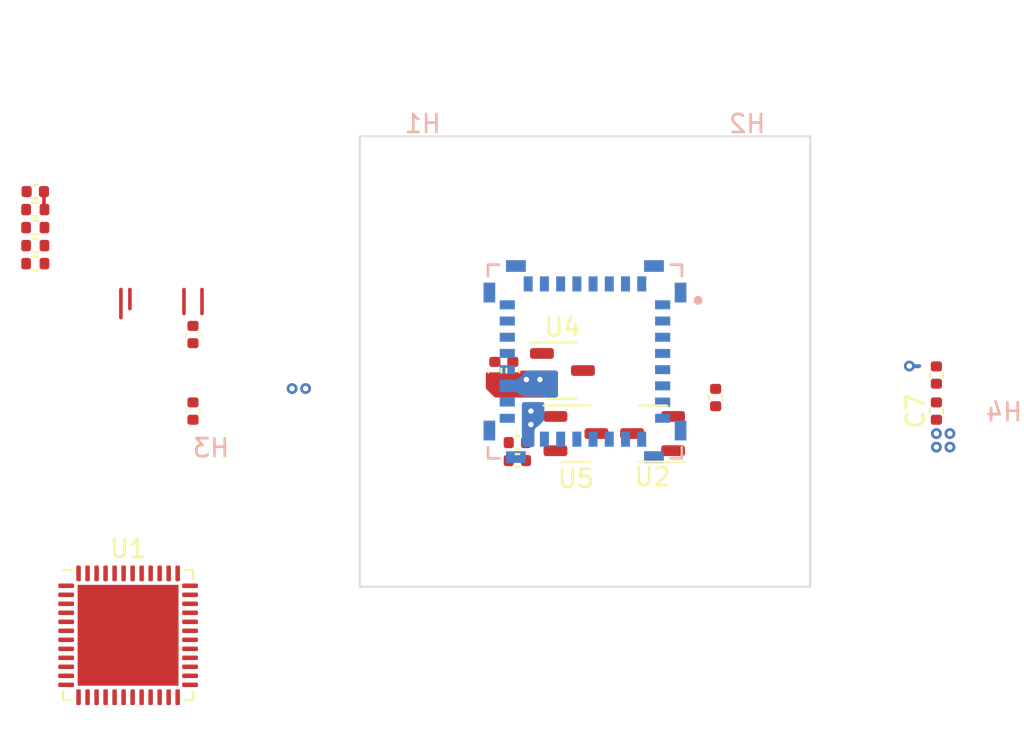
<source format=kicad_pcb>
(kicad_pcb (version 20221018) (generator pcbnew)
  (layers (0 "F.Cu" signal) (1 "In1.Cu" signal) (2 "In2.Cu" signal) (31 "B.Cu" signal) (34 "B.Paste" user) (35 "F.Paste" user) (36 "B.SilkS" user "B.Silkscreen") (37 "F.SilkS" user "F.Silkscreen") (38 "B.Mask" user) (39 "F.Mask" user) (44 "Edge.Cuts" user))
  (net 0 "")
  (net 28 "/SCL")
  (net 35 "/SDA")
  (net 38 "VCC")
  (net 39 "/UART_TX")
  (net 40 "/UART_RX")
  (net 51 "GND")
  (net 52 "+2V8")
  (net 53 "+3V0")
  (net 54 "+1V2")
  (net 55 "Net-(U3-RESET_L)")
  (net 56 "Net-(U3-PWR_DWN_L)")
  (net 57 "/SPI_CS")
  (net 58 "/SPI_CLK")
  (net 59 "/SPI_MISO")
  (net 60 "/SPI_MOSI")
  (footprint "Capacitor_SMD:C_0402_1005Metric" (layer "F.Cu") (at 158.25 108 -90)
    (fp_text reference "C3" hide)
    (fp_text value "1uF")
    (fp_line (start -0.107836 -0.36) (end 0.107836 -0.36) (stroke (width 0.12)) (layer "F.SilkS"))
    (fp_line (start -0.107836 0.36) (end 0.107836 0.36) (stroke (width 0.12)) (layer "F.SilkS"))
    (pad "1" smd roundrect (at -0.48 0 270) (size 0.56 0.62) (layers "F.Cu" "F.Paste" "F.Mask") (net 54 "+1V2"))
    (pad "2" smd roundrect (at 0.48 0 270) (size 0.56 0.62) (layers "F.Cu" "F.Paste" "F.Mask") (net 51 "GND"))
  )
  (footprint "Package_DFN_QFN:QFN-48-1EP_7x7mm_P0.5mm_EP5.6x5.6mm" (layer "F.Cu") (at 125.65 121.2)
    (fp_text reference "U1" (at 0 -4.82) (layer "F.SilkS"))
    (fp_text value "STM32G431CBUx")
    (fp_line (start -3.61 3.61) (end -3.61 3.135) (stroke (width 0.12)) (layer "F.SilkS"))
    (fp_line (start -3.135 -3.61) (end -3.61 -3.61) (stroke (width 0.12)) (layer "F.SilkS"))
    (fp_line (start -3.135 3.61) (end -3.61 3.61) (stroke (width 0.12)) (layer "F.SilkS"))
    (fp_line (start 3.135 -3.61) (end 3.61 -3.61) (stroke (width 0.12)) (layer "F.SilkS"))
    (fp_line (start 3.135 3.61) (end 3.61 3.61) (stroke (width 0.12)) (layer "F.SilkS"))
    (fp_line (start 3.61 -3.61) (end 3.61 -3.135) (stroke (width 0.12)) (layer "F.SilkS"))
    (fp_line (start 3.61 3.61) (end 3.61 3.135) (stroke (width 0.12)) (layer "F.SilkS"))
    (pad "1" smd roundrect (at -3.4375 -2.75) (size 0.875 0.25) (layers "F.Cu" "F.Paste" "F.Mask") (net 53 "+3V0"))
    (pad "2" smd roundrect (at -3.4375 -2.25) (size 0.875 0.25) (layers "F.Cu" "F.Paste" "F.Mask"))
    (pad "3" smd roundrect (at -3.4375 -1.75) (size 0.875 0.25) (layers "F.Cu" "F.Paste" "F.Mask"))
    (pad "4" smd roundrect (at -3.4375 -1.25) (size 0.875 0.25) (layers "F.Cu" "F.Paste" "F.Mask"))
    (pad "5" smd roundrect (at -3.4375 -0.75) (size 0.875 0.25) (layers "F.Cu" "F.Paste" "F.Mask"))
    (pad "6" smd roundrect (at -3.4375 -0.25) (size 0.875 0.25) (layers "F.Cu" "F.Paste" "F.Mask"))
    (pad "7" smd roundrect (at -3.4375 0.25) (size 0.875 0.25) (layers "F.Cu" "F.Paste" "F.Mask"))
    (pad "8" smd roundrect (at -3.4375 0.75) (size 0.875 0.25) (layers "F.Cu" "F.Paste" "F.Mask"))
    (pad "9" smd roundrect (at -3.4375 1.25) (size 0.875 0.25) (layers "F.Cu" "F.Paste" "F.Mask"))
    (pad "10" smd roundrect (at -3.4375 1.75) (size 0.875 0.25) (layers "F.Cu" "F.Paste" "F.Mask") (net 39 "/UART_TX"))
    (pad "11" smd roundrect (at -3.4375 2.25) (size 0.875 0.25) (layers "F.Cu" "F.Paste" "F.Mask") (net 40 "/UART_RX"))
    (pad "12" smd roundrect (at -3.4375 2.75) (size 0.875 0.25) (layers "F.Cu" "F.Paste" "F.Mask") (net 57 "/SPI_CS"))
    (pad "13" smd roundrect (at -2.75 3.4375) (size 0.25 0.875) (layers "F.Cu" "F.Paste" "F.Mask") (net 58 "/SPI_CLK"))
    (pad "14" smd roundrect (at -2.25 3.4375) (size 0.25 0.875) (layers "F.Cu" "F.Paste" "F.Mask") (net 59 "/SPI_MISO"))
    (pad "15" smd roundrect (at -1.75 3.4375) (size 0.25 0.875) (layers "F.Cu" "F.Paste" "F.Mask") (net 60 "/SPI_MOSI"))
    (pad "16" smd roundrect (at -1.25 3.4375) (size 0.25 0.875) (layers "F.Cu" "F.Paste" "F.Mask"))
    (pad "17" smd roundrect (at -0.75 3.4375) (size 0.25 0.875) (layers "F.Cu" "F.Paste" "F.Mask"))
    (pad "18" smd roundrect (at -0.25 3.4375) (size 0.25 0.875) (layers "F.Cu" "F.Paste" "F.Mask"))
    (pad "19" smd roundrect (at 0.25 3.4375) (size 0.25 0.875) (layers "F.Cu" "F.Paste" "F.Mask"))
    (pad "20" smd roundrect (at 0.75 3.4375) (size 0.25 0.875) (layers "F.Cu" "F.Paste" "F.Mask"))
    (pad "21" smd roundrect (at 1.25 3.4375) (size 0.25 0.875) (layers "F.Cu" "F.Paste" "F.Mask") (net 53 "+3V0"))
    (pad "22" smd roundrect (at 1.75 3.4375) (size 0.25 0.875) (layers "F.Cu" "F.Paste" "F.Mask"))
    (pad "23" smd roundrect (at 2.25 3.4375) (size 0.25 0.875) (layers "F.Cu" "F.Paste" "F.Mask") (net 53 "+3V0"))
    (pad "24" smd roundrect (at 2.75 3.4375) (size 0.25 0.875) (layers "F.Cu" "F.Paste" "F.Mask"))
    (pad "25" smd roundrect (at 3.4375 2.75) (size 0.875 0.25) (layers "F.Cu" "F.Paste" "F.Mask"))
    (pad "26" smd roundrect (at 3.4375 2.25) (size 0.875 0.25) (layers "F.Cu" "F.Paste" "F.Mask"))
    (pad "27" smd roundrect (at 3.4375 1.75) (size 0.875 0.25) (layers "F.Cu" "F.Paste" "F.Mask"))
    (pad "28" smd roundrect (at 3.4375 1.25) (size 0.875 0.25) (layers "F.Cu" "F.Paste" "F.Mask"))
    (pad "29" smd roundrect (at 3.4375 0.75) (size 0.875 0.25) (layers "F.Cu" "F.Paste" "F.Mask"))
    (pad "30" smd roundrect (at 3.4375 0.25) (size 0.875 0.25) (layers "F.Cu" "F.Paste" "F.Mask"))
    (pad "31" smd roundrect (at 3.4375 -0.25) (size 0.875 0.25) (layers "F.Cu" "F.Paste" "F.Mask"))
    (pad "32" smd roundrect (at 3.4375 -0.75) (size 0.875 0.25) (layers "F.Cu" "F.Paste" "F.Mask"))
    (pad "33" smd roundrect (at 3.4375 -1.25) (size 0.875 0.25) (layers "F.Cu" "F.Paste" "F.Mask"))
    (pad "34" smd roundrect (at 3.4375 -1.75) (size 0.875 0.25) (layers "F.Cu" "F.Paste" "F.Mask"))
    (pad "35" smd roundrect (at 3.4375 -2.25) (size 0.875 0.25) (layers "F.Cu" "F.Paste" "F.Mask") (net 53 "+3V0"))
    (pad "36" smd roundrect (at 3.4375 -2.75) (size 0.875 0.25) (layers "F.Cu" "F.Paste" "F.Mask"))
    (pad "37" smd roundrect (at 2.75 -3.4375) (size 0.25 0.875) (layers "F.Cu" "F.Paste" "F.Mask"))
    (pad "38" smd roundrect (at 2.25 -3.4375) (size 0.25 0.875) (layers "F.Cu" "F.Paste" "F.Mask") (net 28 "/SCL"))
    (pad "39" smd roundrect (at 1.75 -3.4375) (size 0.25 0.875) (layers "F.Cu" "F.Paste" "F.Mask"))
    (pad "40" smd roundrect (at 1.25 -3.4375) (size 0.25 0.875) (layers "F.Cu" "F.Paste" "F.Mask"))
    (pad "41" smd roundrect (at 0.75 -3.4375) (size 0.25 0.875) (layers "F.Cu" "F.Paste" "F.Mask"))
    (pad "42" smd roundrect (at 0.25 -3.4375) (size 0.25 0.875) (layers "F.Cu" "F.Paste" "F.Mask"))
    (pad "43" smd roundrect (at -0.25 -3.4375) (size 0.25 0.875) (layers "F.Cu" "F.Paste" "F.Mask"))
    (pad "44" smd roundrect (at -0.75 -3.4375) (size 0.25 0.875) (layers "F.Cu" "F.Paste" "F.Mask"))
    (pad "45" smd roundrect (at -1.25 -3.4375) (size 0.25 0.875) (layers "F.Cu" "F.Paste" "F.Mask") (net 35 "/SDA"))
    (pad "46" smd roundrect (at -1.75 -3.4375) (size 0.25 0.875) (layers "F.Cu" "F.Paste" "F.Mask"))
    (pad "47" smd roundrect (at -2.25 -3.4375) (size 0.25 0.875) (layers "F.Cu" "F.Paste" "F.Mask"))
    (pad "48" smd roundrect (at -2.75 -3.4375) (size 0.25 0.875) (layers "F.Cu" "F.Paste" "F.Mask") (net 53 "+3V0"))
    (pad "49" smd rect (at 0 0) (size 5.6 5.6) (layers "F.Cu" "F.Mask") (net 51 "GND"))
  )
  (footprint "Capacitor_SMD:C_0402_1005Metric" (layer "F.Cu") (at 147.25 110.5 180)
    (fp_text reference "C2" hide)
    (fp_text value "1uF")
    (fp_line (start -0.107836 -0.36) (end 0.107836 -0.36) (stroke (width 0.12)) (layer "F.SilkS"))
    (fp_line (start -0.107836 0.36) (end 0.107836 0.36) (stroke (width 0.12)) (layer "F.SilkS"))
    (pad "1" smd roundrect (at -0.48 0 180) (size 0.56 0.62) (layers "F.Cu" "F.Paste" "F.Mask") (net 53 "+3V0"))
    (pad "2" smd roundrect (at 0.48 0 180) (size 0.56 0.62) (layers "F.Cu" "F.Paste" "F.Mask") (net 51 "GND"))
  )
  (footprint "Capacitor_SMD:C_0402_1005Metric" (layer "F.Cu") (at 170.5 106.75 -90)
    (fp_text reference "C6" hide)
    (fp_text value "1uF")
    (fp_line (start -0.107836 -0.36) (end 0.107836 -0.36) (stroke (width 0.12)) (layer "F.SilkS"))
    (fp_line (start -0.107836 0.36) (end 0.107836 0.36) (stroke (width 0.12)) (layer "F.SilkS"))
    (pad "1" smd roundrect (at -0.48 0 270) (size 0.56 0.62) (layers "F.Cu" "F.Paste" "F.Mask") (net 54 "+1V2"))
    (pad "2" smd roundrect (at 0.48 0 270) (size 0.56 0.62) (layers "F.Cu" "F.Paste" "F.Mask") (net 51 "GND"))
  )
  (footprint "Capacitor_SMD:C_0402_1005Metric" (layer "F.Cu") (at 146 106.5 90)
    (fp_text reference "C9" hide)
    (fp_text value "1uF")
    (fp_line (start -0.107836 -0.36) (end 0.107836 -0.36) (stroke (width 0.12)) (layer "F.SilkS"))
    (fp_line (start -0.107836 0.36) (end 0.107836 0.36) (stroke (width 0.12)) (layer "F.SilkS"))
    (pad "1" smd roundrect (at -0.48 0 90) (size 0.56 0.62) (layers "F.Cu" "F.Paste" "F.Mask") (net 52 "+2V8"))
    (pad "2" smd roundrect (at 0.48 0 90) (size 0.56 0.62) (layers "F.Cu" "F.Paste" "F.Mask") (net 51 "GND"))
  )
  (footprint "Capacitor_SMD:C_0402_1005Metric" (layer "F.Cu") (at 129.25 104.5 90)
    (fp_text reference "C8" hide)
    (fp_text value "1uF")
    (fp_line (start -0.107836 -0.36) (end 0.107836 -0.36) (stroke (width 0.12)) (layer "F.SilkS"))
    (fp_line (start -0.107836 0.36) (end 0.107836 0.36) (stroke (width 0.12)) (layer "F.SilkS"))
    (pad "1" smd roundrect (at -0.48 0 90) (size 0.56 0.62) (layers "F.Cu" "F.Paste" "F.Mask") (net 38 "VCC"))
    (pad "2" smd roundrect (at 0.48 0 90) (size 0.56 0.62) (layers "F.Cu" "F.Paste" "F.Mask") (net 51 "GND"))
  )
  (footprint "Resistor_SMD:R_0402_1005Metric" (layer "F.Cu") (at 120.5 100.5625 180)
    (fp_text reference "R3" hide)
    (fp_text value "10k")
    (fp_line (start -0.153641 -0.38) (end 0.153641 -0.38) (stroke (width 0.12)) (layer "F.SilkS"))
    (fp_line (start -0.153641 0.38) (end 0.153641 0.38) (stroke (width 0.12)) (layer "F.SilkS"))
    (pad "1" smd roundrect (at -0.51 0 180) (size 0.54 0.64) (layers "F.Cu" "F.Paste" "F.Mask") (net 28 "/SCL"))
    (pad "2" smd roundrect (at 0.51 0 180) (size 0.54 0.64) (layers "F.Cu" "F.Paste" "F.Mask") (net 53 "+3V0"))
  )
  (footprint "Package_TO_SOT_SMD:SOT-23-3" (layer "F.Cu") (at 154.75 110 180)
    (fp_text reference "U2" (at 0 -2.4) (layer "F.SilkS"))
    (fp_text value "XC6206PxxxMR")
    (fp_line (start 0 -1.56) (end -1.8 -1.56) (stroke (width 0.12)) (layer "F.SilkS"))
    (fp_line (start 0 -1.56) (end 0.8 -1.56) (stroke (width 0.12)) (layer "F.SilkS"))
    (fp_line (start 0 1.56) (end -0.8 1.56) (stroke (width 0.12)) (layer "F.SilkS"))
    (fp_line (start 0 1.56) (end 0.8 1.56) (stroke (width 0.12)) (layer "F.SilkS"))
    (pad "1" smd roundrect (at -1.1375 -0.95 180) (size 1.325 0.6) (layers "F.Cu" "F.Paste" "F.Mask") (net 51 "GND"))
    (pad "2" smd roundrect (at -1.1375 0.95 180) (size 1.325 0.6) (layers "F.Cu" "F.Paste" "F.Mask") (net 54 "+1V2"))
    (pad "3" smd roundrect (at 1.1375 0 180) (size 1.325 0.6) (layers "F.Cu" "F.Paste" "F.Mask") (net 38 "VCC"))
  )
  (footprint "Capacitor_SMD:C_0402_1005Metric" (layer "F.Cu") (at 170.5 108.75 90)
    (fp_text reference "C7" (at 0 -1.16 90) (layer "F.SilkS"))
    (fp_text value "1uF")
    (fp_line (start -0.107836 -0.36) (end 0.107836 -0.36) (stroke (width 0.12)) (layer "F.SilkS"))
    (fp_line (start -0.107836 0.36) (end 0.107836 0.36) (stroke (width 0.12)) (layer "F.SilkS"))
    (pad "1" smd roundrect (at -0.48 0 90) (size 0.56 0.62) (layers "F.Cu" "F.Paste" "F.Mask") (net 38 "VCC"))
    (pad "2" smd roundrect (at 0.48 0 90) (size 0.56 0.62) (layers "F.Cu" "F.Paste" "F.Mask") (net 51 "GND"))
  )
  (footprint "Capacitor_SMD:C_0402_1005Metric" (layer "F.Cu") (at 120.5 96.5625 180)
    (fp_text reference "C4" hide)
    (fp_text value "1uF")
    (fp_line (start -0.107836 -0.36) (end 0.107836 -0.36) (stroke (width 0.12)) (layer "F.SilkS"))
    (fp_line (start -0.107836 0.36) (end 0.107836 0.36) (stroke (width 0.12)) (layer "F.SilkS"))
    (pad "1" smd roundrect (at -0.48 0 180) (size 0.56 0.62) (layers "F.Cu" "F.Paste" "F.Mask") (net 55 "Net-(U3-RESET_L)"))
    (pad "2" smd roundrect (at 0.48 0 180) (size 0.56 0.62) (layers "F.Cu" "F.Paste" "F.Mask") (net 51 "GND"))
  )
  (footprint "Capacitor_SMD:C_0402_1005Metric" (layer "F.Cu") (at 147 106.5 90)
    (fp_text reference "C1" hide)
    (fp_text value "1uF")
    (fp_line (start -0.107836 -0.36) (end 0.107836 -0.36) (stroke (width 0.12)) (layer "F.SilkS"))
    (fp_line (start -0.107836 0.36) (end 0.107836 0.36) (stroke (width 0.12)) (layer "F.SilkS"))
    (pad "1" smd roundrect (at -0.48 0 90) (size 0.56 0.62) (layers "F.Cu" "F.Paste" "F.Mask") (net 52 "+2V8"))
    (pad "2" smd roundrect (at 0.48 0 90) (size 0.56 0.62) (layers "F.Cu" "F.Paste" "F.Mask") (net 51 "GND"))
  )
  (footprint "Resistor_SMD:R_0402_1005Metric" (layer "F.Cu") (at 120.5 98.5625)
    (fp_text reference "R1" hide)
    (fp_text value "100k")
    (fp_line (start -0.153641 -0.38) (end 0.153641 -0.38) (stroke (width 0.12)) (layer "F.SilkS"))
    (fp_line (start -0.153641 0.38) (end 0.153641 0.38) (stroke (width 0.12)) (layer "F.SilkS"))
    (pad "1" smd roundrect (at -0.51 0) (size 0.54 0.64) (layers "F.Cu" "F.Paste" "F.Mask") (net 53 "+3V0"))
    (pad "2" smd roundrect (at 0.51 0) (size 0.54 0.64) (layers "F.Cu" "F.Paste" "F.Mask") (net 56 "Net-(U3-PWR_DWN_L)"))
  )
  (footprint "Capacitor_SMD:C_0402_1005Metric" (layer "F.Cu") (at 129.25 108.75 90)
    (fp_text reference "C10" hide)
    (fp_text value "1uF")
    (fp_line (start -0.107836 -0.36) (end 0.107836 -0.36) (stroke (width 0.12)) (layer "F.SilkS"))
    (fp_line (start -0.107836 0.36) (end 0.107836 0.36) (stroke (width 0.12)) (layer "F.SilkS"))
    (pad "1" smd roundrect (at -0.48 0 90) (size 0.56 0.62) (layers "F.Cu" "F.Paste" "F.Mask") (net 38 "VCC"))
    (pad "2" smd roundrect (at 0.48 0 90) (size 0.56 0.62) (layers "F.Cu" "F.Paste" "F.Mask") (net 51 "GND"))
  )
  (footprint "Resistor_SMD:R_0402_1005Metric" (layer "F.Cu") (at 120.5 97.5625)
    (fp_text reference "R2" hide)
    (fp_text value "10k")
    (fp_line (start -0.153641 -0.38) (end 0.153641 -0.38) (stroke (width 0.12)) (layer "F.SilkS"))
    (fp_line (start -0.153641 0.38) (end 0.153641 0.38) (stroke (width 0.12)) (layer "F.SilkS"))
    (pad "1" smd roundrect (at -0.51 0) (size 0.54 0.64) (layers "F.Cu" "F.Paste" "F.Mask") (net 53 "+3V0"))
    (pad "2" smd roundrect (at 0.51 0) (size 0.54 0.64) (layers "F.Cu" "F.Paste" "F.Mask") (net 55 "Net-(U3-RESET_L)"))
  )
  (footprint "Capacitor_SMD:C_0402_1005Metric" (layer "F.Cu") (at 147.25 111.5 180)
    (fp_text reference "C11" hide)
    (fp_text value "1uF")
    (fp_line (start -0.107836 -0.36) (end 0.107836 -0.36) (stroke (width 0.12)) (layer "F.SilkS"))
    (fp_line (start -0.107836 0.36) (end 0.107836 0.36) (stroke (width 0.12)) (layer "F.SilkS"))
    (pad "1" smd roundrect (at -0.48 0 180) (size 0.56 0.62) (layers "F.Cu" "F.Paste" "F.Mask") (net 53 "+3V0"))
    (pad "2" smd roundrect (at 0.48 0 180) (size 0.56 0.62) (layers "F.Cu" "F.Paste" "F.Mask") (net 51 "GND"))
  )
  (footprint "Resistor_SMD:R_0402_1005Metric" (layer "F.Cu") (at 120.5 99.5625 180)
    (fp_text reference "R4" hide)
    (fp_text value "10k")
    (fp_line (start -0.153641 -0.38) (end 0.153641 -0.38) (stroke (width 0.12)) (layer "F.SilkS"))
    (fp_line (start -0.153641 0.38) (end 0.153641 0.38) (stroke (width 0.12)) (layer "F.SilkS"))
    (pad "1" smd roundrect (at -0.51 0 180) (size 0.54 0.64) (layers "F.Cu" "F.Paste" "F.Mask") (net 35 "/SDA"))
    (pad "2" smd roundrect (at 0.51 0 180) (size 0.54 0.64) (layers "F.Cu" "F.Paste" "F.Mask") (net 53 "+3V0"))
  )
  (footprint "Package_TO_SOT_SMD:SOT-23-3" (layer "F.Cu") (at 150.5 110)
    (fp_text reference "U5" (at 0 2.5) (layer "F.SilkS"))
    (fp_text value "XC6206PxxxMR")
    (fp_line (start 0 -1.56) (end -1.8 -1.56) (stroke (width 0.12)) (layer "F.SilkS"))
    (fp_line (start 0 -1.56) (end 0.8 -1.56) (stroke (width 0.12)) (layer "F.SilkS"))
    (fp_line (start 0 1.56) (end -0.8 1.56) (stroke (width 0.12)) (layer "F.SilkS"))
    (fp_line (start 0 1.56) (end 0.8 1.56) (stroke (width 0.12)) (layer "F.SilkS"))
    (pad "1" smd roundrect (at -1.1375 -0.95) (size 1.325 0.6) (layers "F.Cu" "F.Paste" "F.Mask") (net 51 "GND"))
    (pad "2" smd roundrect (at -1.1375 0.95) (size 1.325 0.6) (layers "F.Cu" "F.Paste" "F.Mask") (net 53 "+3V0"))
    (pad "3" smd roundrect (at 1.1375 0) (size 1.325 0.6) (layers "F.Cu" "F.Paste" "F.Mask") (net 38 "VCC"))
  )
  (footprint "Package_TO_SOT_SMD:SOT-23-3" (layer "F.Cu") (at 149.75 106.5)
    (fp_text reference "U4" (at 0 -2.4) (layer "F.SilkS"))
    (fp_text value "XC6206PxxxMR")
    (fp_line (start 0 -1.56) (end -1.8 -1.56) (stroke (width 0.12)) (layer "F.SilkS"))
    (fp_line (start 0 -1.56) (end 0.8 -1.56) (stroke (width 0.12)) (layer "F.SilkS"))
    (fp_line (start 0 1.56) (end -0.8 1.56) (stroke (width 0.12)) (layer "F.SilkS"))
    (fp_line (start 0 1.56) (end 0.8 1.56) (stroke (width 0.12)) (layer "F.SilkS"))
    (pad "1" smd roundrect (at -1.1375 -0.95) (size 1.325 0.6) (layers "F.Cu" "F.Paste" "F.Mask") (net 51 "GND"))
    (pad "2" smd roundrect (at -1.1375 0.95) (size 1.325 0.6) (layers "F.Cu" "F.Paste" "F.Mask") (net 52 "+2V8"))
    (pad "3" smd roundrect (at 1.1375 0) (size 1.325 0.6) (layers "F.Cu" "F.Paste" "F.Mask") (net 38 "VCC"))
  )
  (footprint "MountingHole:MountingHole_3.2mm_M3" (layer "B.Cu") (at 142 115 180)
    (fp_text reference "H3" (at 11.75 4.2) (layer "B.SilkS") (effects (justify mirror)))
    (fp_text value "M3")
    (pad "" np_thru_hole circle (at 0 0 180) (size 3.2 3.2) (drill 3.2) (layers "*.Cu" "*.Mask"))
  )
  (footprint "Orbital_imager_LRes_lib:Molex-1050281001-MFG" (layer "B.Cu") (at 151 106 180)
    (fp_text reference "U3" hide)
    (fp_text value "Flir_LEPTON" hide)
    (fp_line (start -5.375 -5.375) (end -5.375 -4.755) (stroke (width 0.15)) (layer "B.SilkS"))
    (fp_line (start -5.375 -5.375) (end -4.755 -5.375) (stroke (width 0.15)) (layer "B.SilkS"))
    (fp_line (start -5.375 4.755) (end -5.375 5.375) (stroke (width 0.15)) (layer "B.SilkS"))
    (fp_line (start -5.375 5.375) (end -4.755 5.375) (stroke (width 0.15)) (layer "B.SilkS"))
    (fp_line (start 4.755 -5.375) (end 5.375 -5.375) (stroke (width 0.15)) (layer "B.SilkS"))
    (fp_line (start 4.755 5.375) (end 5.375 5.375) (stroke (width 0.15)) (layer "B.SilkS"))
    (fp_line (start 5.375 -5.375) (end 5.375 -4.755) (stroke (width 0.15)) (layer "B.SilkS"))
    (fp_line (start 5.375 4.755) (end 5.375 5.375) (stroke (width 0.15)) (layer "B.SilkS"))
    (fp_circle (center -6.275 3.4) (end -6.15 3.4) (stroke (width 0.25)) (fill none) (layer "B.SilkS"))
    (pad "1" smd rect (at -5.305 -3.83 180) (size 0.65 1.1) (layers "B.Cu" "B.Paste" "B.Mask") (net 51 "GND"))
    (pad "1" smd rect (at -5.305 3.83 180) (size 0.65 1.1) (layers "B.Cu" "B.Paste" "B.Mask") (net 51 "GND"))
    (pad "1" smd rect (at -4.31 3.15 180) (size 0.84 0.5) (layers "B.Cu" "B.Paste" "B.Mask") (net 51 "GND"))
    (pad "1" smd rect (at -3.83 -5.305 180) (size 1.1 0.65) (layers "B.Cu" "B.Paste" "B.Mask") (net 51 "GND"))
    (pad "1" smd rect (at -3.83 5.305 180) (size 1.1 0.65) (layers "B.Cu" "B.Paste" "B.Mask") (net 51 "GND"))
    (pad "1" smd rect (at 3.83 -5.305 180) (size 1.1 0.65) (layers "B.Cu" "B.Paste" "B.Mask") (net 51 "GND"))
    (pad "1" smd rect (at 3.83 5.305 180) (size 1.1 0.65) (layers "B.Cu" "B.Paste" "B.Mask") (net 51 "GND"))
    (pad "1" smd rect (at 5.305 -3.83 180) (size 0.65 1.1) (layers "B.Cu" "B.Paste" "B.Mask") (net 51 "GND"))
    (pad "1" smd rect (at 5.305 3.83 180) (size 0.65 1.1) (layers "B.Cu" "B.Paste" "B.Mask") (net 51 "GND"))
    (pad "2" smd rect (at -4.31 2.25 180) (size 0.84 0.5) (layers "B.Cu" "B.Paste" "B.Mask"))
    (pad "3" smd rect (at -4.31 1.35 180) (size 0.84 0.5) (layers "B.Cu" "B.Paste" "B.Mask"))
    (pad "4" smd rect (at -4.31 0.45 180) (size 0.84 0.5) (layers "B.Cu" "B.Paste" "B.Mask"))
    (pad "5" smd rect (at -4.31 -0.45 180) (size 0.84 0.5) (layers "B.Cu" "B.Paste" "B.Mask"))
    (pad "6" smd rect (at -4.31 -1.35 180) (size 0.84 0.5) (layers "B.Cu" "B.Paste" "B.Mask") (net 51 "GND"))
    (pad "7" smd rect (at -4.31 -2.25 180) (size 0.84 0.5) (layers "B.Cu" "B.Paste" "B.Mask") (net 54 "+1V2"))
    (pad "8" smd rect (at -4.31 -3.15 180) (size 0.84 0.5) (layers "B.Cu" "B.Paste" "B.Mask") (net 51 "GND"))
    (pad "9" smd rect (at -3.15 -4.31 180) (size 0.5 0.84) (layers "B.Cu" "B.Paste" "B.Mask") (net 51 "GND"))
    (pad "10" smd rect (at -2.25 -4.31 180) (size 0.5 0.84) (layers "B.Cu" "B.Paste" "B.Mask") (net 51 "GND"))
    (pad "11" smd rect (at -1.35 -4.31 180) (size 0.5 0.84) (layers "B.Cu" "B.Paste" "B.Mask") (net 60 "/SPI_MOSI"))
    (pad "12" smd rect (at -0.45 -4.31 180) (size 0.5 0.84) (layers "B.Cu" "B.Paste" "B.Mask") (net 59 "/SPI_MISO"))
    (pad "13" smd rect (at 0.45 -4.31 180) (size 0.5 0.84) (layers "B.Cu" "B.Paste" "B.Mask") (net 58 "/SPI_CLK"))
    (pad "14" smd rect (at 1.35 -4.31 180) (size 0.5 0.84) (layers "B.Cu" "B.Paste" "B.Mask") (net 57 "/SPI_CS"))
    (pad "15" smd rect (at 2.25 -4.31 180) (size 0.5 0.84) (layers "B.Cu" "B.Paste" "B.Mask") (net 51 "GND"))
    (pad "16" smd rect (at 3.15 -4.31 180) (size 0.5 0.84) (layers "B.Cu" "B.Paste" "B.Mask") (net 53 "+3V0"))
    (pad "17" smd rect (at 4.31 -3.15 180) (size 0.84 0.5) (layers "B.Cu" "B.Paste" "B.Mask"))
    (pad "18" smd rect (at 4.31 -2.25 180) (size 0.84 0.5) (layers "B.Cu" "B.Paste" "B.Mask") (net 51 "GND"))
    (pad "19" smd rect (at 4.31 -1.35 180) (size 0.84 0.5) (layers "B.Cu" "B.Paste" "B.Mask") (net 52 "+2V8"))
    (pad "20" smd rect (at 4.31 -0.45 180) (size 0.84 0.5) (layers "B.Cu" "B.Paste" "B.Mask") (net 51 "GND"))
    (pad "21" smd rect (at 4.31 0.45 180) (size 0.84 0.5) (layers "B.Cu" "B.Paste" "B.Mask") (net 28 "/SCL"))
    (pad "22" smd rect (at 4.31 1.35 180) (size 0.84 0.5) (layers "B.Cu" "B.Paste" "B.Mask") (net 35 "/SDA"))
    (pad "23" smd rect (at 4.31 2.25 180) (size 0.84 0.5) (layers "B.Cu" "B.Paste" "B.Mask") (net 56 "Net-(U3-PWR_DWN_L)"))
    (pad "24" smd rect (at 4.31 3.15 180) (size 0.84 0.5) (layers "B.Cu" "B.Paste" "B.Mask") (net 55 "Net-(U3-RESET_L)"))
    (pad "25" smd rect (at 3.15 4.31 180) (size 0.5 0.84) (layers "B.Cu" "B.Paste" "B.Mask") (net 51 "GND"))
    (pad "26" smd rect (at 2.25 4.31 180) (size 0.5 0.84) (layers "B.Cu" "B.Paste" "B.Mask"))
    (pad "27" smd rect (at 1.35 4.31 180) (size 0.5 0.84) (layers "B.Cu" "B.Paste" "B.Mask") (net 51 "GND"))
    (pad "28" smd rect (at 0.45 4.31 180) (size 0.5 0.84) (layers "B.Cu" "B.Paste" "B.Mask"))
    (pad "29" smd rect (at -0.45 4.31 180) (size 0.5 0.84) (layers "B.Cu" "B.Paste" "B.Mask"))
    (pad "30" smd rect (at -1.35 4.31 180) (size 0.5 0.84) (layers "B.Cu" "B.Paste" "B.Mask") (net 51 "GND"))
    (pad "31" smd rect (at -2.25 4.31 180) (size 0.5 0.84) (layers "B.Cu" "B.Paste" "B.Mask"))
    (pad "32" smd rect (at -3.15 4.31 180) (size 0.5 0.84) (layers "B.Cu" "B.Paste" "B.Mask"))
  )
  (footprint "MountingHole:MountingHole_3.2mm_M3" (layer "B.Cu") (at 142 97 180)
    (fp_text reference "H1" (at 0 4.2) (layer "B.SilkS") (effects (justify mirror)))
    (fp_text value "M3")
    (pad "" np_thru_hole circle (at 0 0 180) (size 3.2 3.2) (drill 3.2) (layers "*.Cu" "*.Mask"))
  )
  (footprint "MountingHole:MountingHole_3.2mm_M3" (layer "B.Cu") (at 160 115 180)
    (fp_text reference "H4" (at -14.25 6.2) (layer "B.SilkS") (effects (justify mirror)))
    (fp_text value "M3")
    (pad "" np_thru_hole circle (at 0 0 180) (size 3.2 3.2) (drill 3.2) (layers "*.Cu" "*.Mask"))
  )
  (footprint "MountingHole:MountingHole_3.2mm_M3" (layer "B.Cu") (at 160 97 180)
    (fp_text reference "H2" (at 0 4.2) (layer "B.SilkS") (effects (justify mirror)))
    (fp_text value "M3")
    (pad "" np_thru_hole circle (at 0 0 180) (size 3.2 3.2) (drill 3.2) (layers "*.Cu" "*.Mask"))
  )
  (gr_rect (start 138.5 93.5) (end 163.5 118.5) (stroke (width 0.1)) (fill none) (layer "Edge.Cuts"))
  (via (at 170.5 110) (size 0.6) (drill 0.3) (layers "F.Cu" "B.Cu") (net 38))
  (via (at 170.5 110.75) (size 0.6) (drill 0.3) (layers "F.Cu" "B.Cu") (net 38))
  (via (at 171.25 110) (size 0.6) (drill 0.3) (layers "F.Cu" "B.Cu") (net 38))
  (via (at 171.25 110.75) (size 0.6) (drill 0.3) (layers "F.Cu" "B.Cu") (net 38))
  (via (at 147.75 107) (size 0.6) (drill 0.3) (layers "F.Cu" "B.Cu") (net 52))
  (via (at 148.5 107) (size 0.6) (drill 0.3) (layers "F.Cu" "B.Cu") (net 52))
  (segment (start 128.75 102) (end 128.75 103.3325) (width 0.2) (layer "F.Cu") (net 53))
  (segment (start 129.75 102) (end 129.75 103.3325) (width 0.2) (layer "F.Cu") (net 53))
  (via (at 148 108.75) (size 0.6) (drill 0.3) (layers "F.Cu" "B.Cu") (net 53))
  (via (at 134.75 107.5) (size 0.6) (drill 0.3) (layers "F.Cu" "B.Cu") (net 53))
  (via (at 148 109.5) (size 0.6) (drill 0.3) (layers "F.Cu" "B.Cu") (net 53))
  (via (at 135.5 107.5) (size 0.6) (drill 0.3) (layers "F.Cu" "B.Cu") (net 53))
  (segment (start 169.02 106.27) (end 169 106.25) (width 0.2) (layer "F.Cu") (net 54))
  (segment (start 169.5 106.27) (end 169.02 106.27) (width 0.2) (layer "F.Cu") (net 54))
  (via (at 169 106.25) (size 0.6) (drill 0.3) (layers "F.Cu" "B.Cu") (net 54))
  (segment (start 169.56 106.25) (end 169 106.25) (width 0.2) (layer "B.Cu") (net 54))
  (segment (start 120.98 96.5625) (end 120.98 97.5325) (width 0.2) (layer "F.Cu") (net 55))
  (segment (start 125.25 102) (end 125.25 103.5625) (width 0.2) (layer "F.Cu") (net 59))
  (segment (start 125.75 102) (end 125.75 103.0625) (width 0.2) (layer "F.Cu") (net 60))
  (zone (net 52) (net_name "+2V8") (layer "F.Cu") (priority 3) (connect_pads yes (clearance 0.3)) (min_thickness 0.25) (fill yes (thermal_gap 0.5) (thermal_bridge_width 0.5) (island_removal_mode 1) (island_area_min 10))
    (polygon (pts (xy 146 108) (xy 145.5 107.5) (xy 145.5 106.5) (xy 149.5 106.5) (xy 149.5 108)))
  )
  (zone (net 52) (net_name "+2V8") (layer "B.Cu") (priority 2) (connect_pads yes (clearance 0.3)) (min_thickness 0.25) (fill yes (thermal_gap 0.5) (thermal_bridge_width 0.5) (island_removal_mode 1) (island_area_min 10))
    (polygon (pts (xy 146.25 107.75) (xy 147.25 107.75) (xy 147.75 108) (xy 149.5 108) (xy 149.5 106.5) (xy 147.75 106.5) (xy 147.25 107) (xy 146.25 107)))
  )
  (zone (net 53) (net_name "+3V0") (layer "B.Cu") (priority 5) (connect_pads yes (clearance 0.3)) (min_thickness 0.25) (fill yes (thermal_gap 0.5) (thermal_bridge_width 0.5))
    (polygon (pts (xy 147.5 110.75) (xy 148.25 110.75) (xy 148.25 109.75) (xy 148.75 109.25) (xy 148.75 108.25) (xy 147.5 108.25)))
  )
)
</source>
